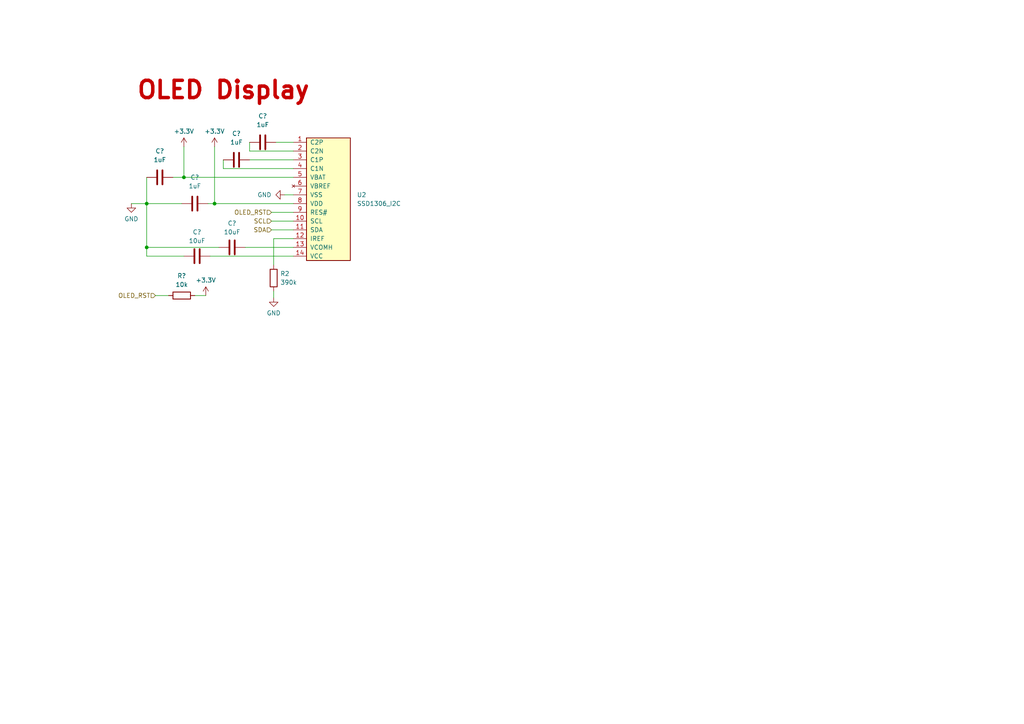
<source format=kicad_sch>
(kicad_sch (version 20230121) (generator eeschema)
  (paper "A4")
  (lib_symbols
    (symbol "Device:C" (pin_numbers hide) (pin_names (offset 0.254))
      (property "Reference" "C" (at 0.635 2.54 0))
      (property "Value" "C" (at 0.635 -2.54 0))
      (symbol "C_0_1"
        (polyline (pts (xy -2.032 -0.762) (xy 2.032 -0.762)) (stroke (width 0.508)))
        (polyline (pts (xy -2.032 0.762) (xy 2.032 0.762)) (stroke (width 0.508)))
      )
      (symbol "C_1_1"
        (pin passive line (at 0 3.81 270) (length 2.794) (name "~") (number "1"))
        (pin passive line (at 0 -3.81 90) (length 2.794) (name "~") (number "2"))
      )
    )
    (symbol "Device:R" (pin_numbers hide) (pin_names (offset 0))
      (property "Reference" "R" (at 2.032 0 90))
      (property "Value" "R" (at 0 0 90))
      (symbol "R_0_1"
        (rectangle (start -1.016 -2.54) (end 1.016 2.54) (stroke (width 0.254)))
      )
      (symbol "R_1_1"
        (pin passive line (at 0 3.81 270) (length 1.27) (name "~") (number "1"))
        (pin passive line (at 0 -3.81 90) (length 1.27) (name "~") (number "2"))
      )
    )
    (symbol "mantyl:SSD1306_I2C" (pin_names (offset 1.016))
      (property "Reference" "U" (at -5.08 17.78 0))
      (property "Value" "SSD1306_I2C" (at 0 -20.32 0))
      (symbol "SSD1306_I2C_1_1"
        (rectangle (start -6.35 16.51) (end 6.35 -19.05) (stroke (width 0.254)) (fill (type background)))
        (pin passive line (at -10.16 15.24 0) (length 3.81) (name "C2P") (number "1"))
        (pin bidirectional line (at -10.16 -7.62 0) (length 3.81) (name "SCL") (number "10"))
        (pin bidirectional line (at -10.16 -10.16 0) (length 3.81) (name "SDA") (number "11"))
        (pin passive line (at -10.16 -12.7 0) (length 3.81) (name "IREF") (number "12"))
        (pin power_out line (at -10.16 -15.24 0) (length 3.81) (name "VCOMH") (number "13"))
        (pin power_out line (at -10.16 -17.78 0) (length 3.81) (name "VCC") (number "14"))
        (pin passive line (at -10.16 12.7 0) (length 3.81) (name "C2N") (number "2"))
        (pin passive line (at -10.16 10.16 0) (length 3.81) (name "C1P") (number "3"))
        (pin passive line (at -10.16 7.62 0) (length 3.81) (name "C1N") (number "4"))
        (pin power_in line (at -10.16 5.08 0) (length 3.81) (name "VBAT") (number "5"))
        (pin no_connect line (at -10.16 2.54 0) (length 3.81) (name "VBREF") (number "6"))
        (pin power_in line (at -10.16 0 0) (length 3.81) (name "VSS") (number "7"))
        (pin power_in line (at -10.16 -2.54 0) (length 3.81) (name "VDD") (number "8"))
        (pin input line (at -10.16 -5.08 0) (length 3.81) (name "RES#") (number "9"))
      )
    )
    (symbol "power:+3.3V" (power) (pin_names (offset 0))
      (property "Value" "+3.3V" (at 0 3.556 0))
      (symbol "+3.3V_0_1"
        (polyline (pts (xy -0.762 1.27) (xy 0 2.54)))
        (polyline (pts (xy 0 0) (xy 0 2.54)))
        (polyline (pts (xy 0 2.54) (xy 0.762 1.27)))
      )
      (symbol "+3.3V_1_1"
        (pin power_in line (at 0 0 90) (length 0) hide (name "+3.3V") (number "1"))
      )
    )
    (symbol "power:GND" (power) (pin_names (offset 0))
      (property "Value" "GND" (at 0 -3.81 0))
      (symbol "GND_0_1"
        (polyline (pts (xy 0 0) (xy 0 -1.27) (xy 1.27 -1.27) (xy 0 -2.54) (xy -1.27 -1.27) (xy 0 -1.27)))
      )
      (symbol "GND_1_1"
        (pin power_in line (at 0 0 270) (length 0) hide (name "GND") (number "1"))
      )
    )
  )
  (junction (at 42.545 71.755))
  (junction (at 62.23 59.055))
  (junction (at 42.545 59.055))
  (junction (at 53.34 51.435))
  (wire (pts (xy 53.34 42.545) (xy 53.34 51.435)))
  (wire (pts (xy 64.77 48.895) (xy 64.77 46.355)))
  (wire (pts (xy 38.1 59.055) (xy 42.545 59.055)))
  (wire (pts (xy 56.515 85.725) (xy 59.69 85.725)))
  (wire (pts (xy 79.375 69.215) (xy 79.375 76.835)))
  (wire (pts (xy 42.545 59.055) (xy 52.705 59.055)))
  (wire (pts (xy 42.545 51.435) (xy 42.545 59.055)))
  (wire (pts (xy 80.01 41.275) (xy 85.09 41.275)))
  (wire (pts (xy 85.09 48.895) (xy 64.77 48.895)))
  (wire (pts (xy 85.09 69.215) (xy 79.375 69.215)))
  (wire (pts (xy 60.96 74.295) (xy 85.09 74.295)))
  (wire (pts (xy 53.34 74.295) (xy 42.545 74.295)))
  (wire (pts (xy 60.325 59.055) (xy 62.23 59.055)))
  (wire (pts (xy 72.39 46.355) (xy 85.09 46.355)))
  (wire (pts (xy 53.34 51.435) (xy 85.09 51.435)))
  (wire (pts (xy 62.23 42.545) (xy 62.23 59.055)))
  (wire (pts (xy 85.09 59.055) (xy 62.23 59.055)))
  (wire (pts (xy 78.74 61.595) (xy 85.09 61.595)))
  (wire (pts (xy 78.74 66.675) (xy 85.09 66.675)))
  (wire (pts (xy 78.74 64.135) (xy 85.09 64.135)))
  (wire (pts (xy 71.12 71.755) (xy 85.09 71.755)))
  (wire (pts (xy 72.39 43.815) (xy 72.39 41.275)))
  (wire (pts (xy 42.545 71.755) (xy 42.545 59.055)))
  (wire (pts (xy 45.085 85.725) (xy 48.895 85.725)))
  (wire (pts (xy 42.545 74.295) (xy 42.545 71.755)))
  (wire (pts (xy 79.375 84.455) (xy 79.375 86.36)))
  (wire (pts (xy 85.09 43.815) (xy 72.39 43.815)))
  (wire (pts (xy 82.55 56.515) (xy 85.09 56.515)))
  (wire (pts (xy 42.545 71.755) (xy 63.5 71.755)))
  (wire (pts (xy 50.165 51.435) (xy 53.34 51.435)))
  (text "OLED Display" (at 39.37 29.21 0) (effects (font (size 5 5) (thickness 1) bold) (justify left bottom)))
  (hierarchical_label "SDA" (shape input) (at 78.74 66.675 180))
  (hierarchical_label "OLED_RST" (shape input) (at 78.74 61.595 180))
  (hierarchical_label "SCL" (shape input) (at 78.74 64.135 180))
  (hierarchical_label "OLED_RST" (shape input) (at 45.085 85.725 180))
  (symbol (lib_id "power:+3.3V") (at 53.34 42.545 0) (unit 1)
    (property "Reference" "#PWR082" (effects hide))
    (property "Value" "+3.3V" (at 53.34 38.1 0))
  )
  (symbol (lib_id "power:GND") (at 38.1 59.055 0) (unit 1)
    (property "Reference" "#PWR04" (effects hide))
    (property "Value" "GND" (at 38.1 63.5 0))
  )
  (symbol (lib_id "Device:C") (at 56.515 59.055 90) (unit 1)
    (property "Reference" "C?" (at 56.515 51.435 90))
    (property "Value" "1uF" (at 56.515 53.975 90))
    (property "Footprint" "Capacitor_SMD:C_0402_1005Metric" (effects hide))
    (property "LCSC Part #" "C52923" (effects hide))
    (instances (project "v2_controller" (path "" (reference "C?") (unit 1)) (path "" (reference "C5") (unit 1)) (path "" (reference "C5") (unit 1))))
  )
  (symbol (lib_id "Device:C") (at 46.355 51.435 90) (unit 1)
    (property "Reference" "C?" (at 46.355 43.815 90))
    (property "Value" "1uF" (at 46.355 46.355 90))
    (property "Footprint" "Capacitor_SMD:C_0402_1005Metric" (effects hide))
    (property "LCSC Part #" "C52923" (effects hide))
    (instances (project "v2_controller" (path "" (reference "C?") (unit 1)) (path "" (reference "C4") (unit 1)) (path "" (reference "C4") (unit 1))))
  )
  (symbol (lib_id "power:+3.3V") (at 59.69 85.725 0) (unit 1)
    (property "Reference" "#PWR083" (effects hide))
    (property "Value" "+3.3V" (at 59.69 81.28 0))
  )
  (symbol (lib_id "mantyl:SSD1306_I2C") (at 95.25 56.515 0) (unit 1)
    (property "Reference" "U2" (at 103.505 56.515 0) (effects (justify left)))
    (property "Value" "SSD1306_I2C" (at 103.505 59.055 0) (effects (justify left)))
    (property "Footprint" "mantyl:SSD1306_OLED-0.91-128x32_Back_Mount" (effects hide))
    (property "Datasheet" "https://www.crystalfontz.com/products/document/3529/CFAL12832D-CWDatasheetReleaseDate2017-07-18.pdf" (effects hide))
  )
  (symbol (lib_id "power:GND") (at 82.55 56.515 270) (unit 1)
    (property "Reference" "#PWR05" (effects hide))
    (property "Value" "GND" (at 78.74 56.515 90) (effects (justify right)))
    (instances (project "v2_controller" (path "" (reference "#PWR05") (unit 1)) (path "" (reference "#PWR076") (unit 1))))
  )
  (symbol (lib_id "Device:C") (at 76.2 41.275 90) (unit 1)
    (property "Reference" "C?" (at 76.2 33.655 90))
    (property "Value" "1uF" (at 76.2 36.195 90))
    (property "Footprint" "Capacitor_SMD:C_0402_1005Metric" (effects hide))
    (property "LCSC Part #" "C52923" (effects hide))
    (instances (project "v2_controller" (path "" (reference "C?") (unit 1)) (path "" (reference "C9") (unit 1)) (path "" (reference "C9") (unit 1))))
  )
  (symbol (lib_id "Device:R") (at 52.705 85.725 270) (unit 1)
    (property "Reference" "R?" (at 52.705 80.01 90))
    (property "Value" "10k" (at 52.705 82.55 90))
    (property "Footprint" "Resistor_SMD:R_0402_1005Metric" (effects hide))
    (property "LCSC Part #" "C25744" (effects hide))
    (instances (project "v2_controller" (path "" (reference "R?") (unit 1)) (path "" (reference "R3") (unit 1)) (path "" (reference "R17") (unit 1))))
  )
  (symbol (lib_id "Device:C") (at 57.15 74.295 270) (unit 1)
    (property "Reference" "C?" (at 57.15 67.31 90))
    (property "Value" "10uF" (at 57.15 69.85 90))
    (property "Footprint" "Capacitor_SMD:C_0603_1608Metric" (effects hide))
    (property "LCSC Part #" "C96446" (effects hide))
    (instances (project "v2_controller" (path "" (reference "C?") (unit 1)) (path "" (reference "C6") (unit 1)) (path "" (reference "C6") (unit 1))))
  )
  (symbol (lib_id "power:GND") (at 79.375 86.36 0) (unit 1)
    (property "Reference" "#PWR064" (effects hide))
    (property "Value" "GND" (at 79.375 90.805 0))
    (instances (project "v2_controller" (path "" (reference "#PWR064") (unit 1)) (path "" (reference "#PWR075") (unit 1))))
  )
  (symbol (lib_id "Device:C") (at 67.31 71.755 270) (unit 1)
    (property "Reference" "C?" (at 67.31 64.77 90))
    (property "Value" "10uF" (at 67.31 67.31 90))
    (property "Footprint" "Capacitor_SMD:C_0603_1608Metric" (effects hide))
    (property "LCSC Part #" "C96446" (effects hide))
    (instances (project "v2_controller" (path "" (reference "C?") (unit 1)) (path "" (reference "C7") (unit 1)) (path "" (reference "C7") (unit 1))))
  )
  (symbol (lib_id "Device:C") (at 68.58 46.355 90) (unit 1)
    (property "Reference" "C?" (at 68.58 38.735 90))
    (property "Value" "1uF" (at 68.58 41.275 90))
    (property "Footprint" "Capacitor_SMD:C_0402_1005Metric" (effects hide))
    (property "LCSC Part #" "C52923" (effects hide))
    (instances (project "v2_controller" (path "" (reference "C?") (unit 1)) (path "" (reference "C8") (unit 1)) (path "" (reference "C8") (unit 1))))
  )
  (symbol (lib_id "Device:R") (at 79.375 80.645 0) (unit 1)
    (property "Reference" "R2" (at 81.28 79.375 0) (effects (justify left)))
    (property "Value" "390k" (at 81.28 81.915 0) (effects (justify left)))
    (property "Footprint" "Resistor_SMD:R_0603_1608Metric" (effects hide))
    (property "LCSC Part #" "C23150" (effects hide))
    (instances (project "v2_controller" (path "" (reference "R2") (unit 1)) (path "" (reference "R18") (unit 1))))
  )
  (symbol (lib_id "power:+3.3V") (at 62.23 42.545 0) (unit 1)
    (property "Reference" "#PWR081" (effects hide))
    (property "Value" "+3.3V" (at 62.23 38.1 0))
  )
)
</source>
